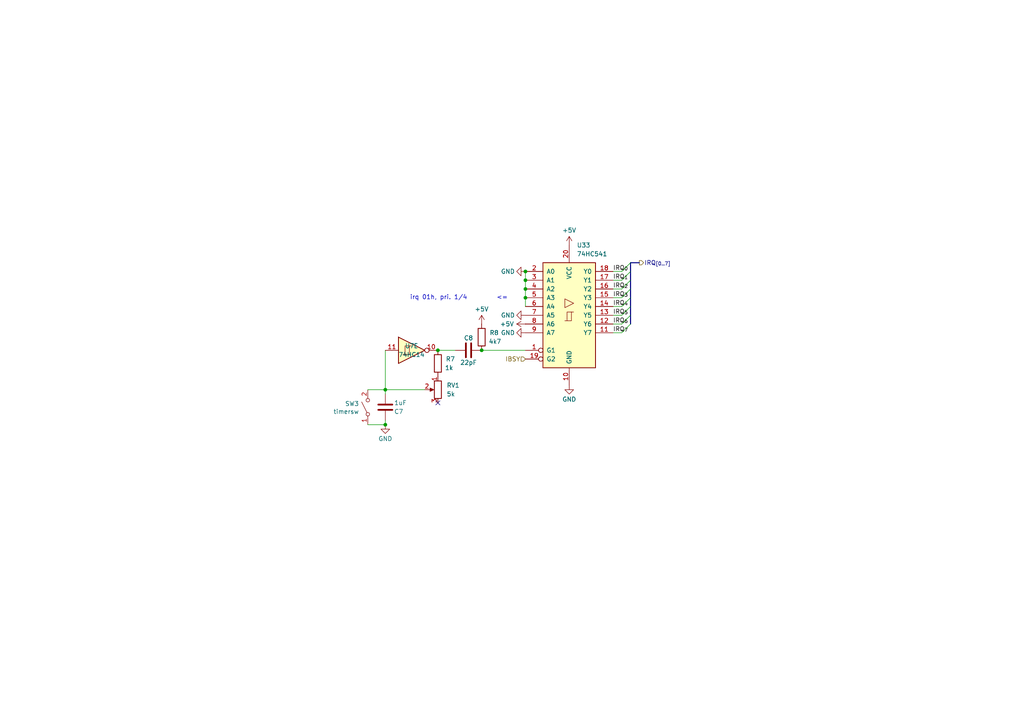
<source format=kicad_sch>
(kicad_sch (version 20250114) (generator "eeschema") (generator_version "9.0")
  (paper "A4")
  (lib_symbols
    (symbol "74xx:74HC14" (pin_names (offset 1.016))
      (property "Reference" "U" (at 0 1.27 0))
      (property "Value" "74HC14" (at 0 -1.27 0))
      (symbol "74HC14_1_0"
        (polyline (pts (xy -3.81 3.81) (xy -3.81 -3.81) (xy 3.81 0) (xy -3.81 3.81)) (stroke (width 0.254)) (fill (type background)))
        (pin input line (at -7.62 0 0) (length 3.81) (name "~") (number "1"))
        (pin output inverted (at 7.62 0 180) (length 3.81) (name "~") (number "2"))
      )
      (symbol "74HC14_1_1"
        (polyline (pts (xy -2.54 -1.27) (xy -0.635 -1.27) (xy -0.635 1.27) (xy 0 1.27)))
        (polyline (pts (xy -1.905 -1.27) (xy -1.905 1.27) (xy -0.635 1.27)))
      )
      (symbol "74HC14_2_0"
        (polyline (pts (xy -3.81 3.81) (xy -3.81 -3.81) (xy 3.81 0) (xy -3.81 3.81)) (stroke (width 0.254)) (fill (type background)))
        (pin input line (at -7.62 0 0) (length 3.81) (name "~") (number "3"))
        (pin output inverted (at 7.62 0 180) (length 3.81) (name "~") (number "4"))
      )
      (symbol "74HC14_2_1"
        (polyline (pts (xy -2.54 -1.27) (xy -0.635 -1.27) (xy -0.635 1.27) (xy 0 1.27)))
        (polyline (pts (xy -1.905 -1.27) (xy -1.905 1.27) (xy -0.635 1.27)))
      )
      (symbol "74HC14_3_0"
        (polyline (pts (xy -3.81 3.81) (xy -3.81 -3.81) (xy 3.81 0) (xy -3.81 3.81)) (stroke (width 0.254)) (fill (type background)))
        (pin input line (at -7.62 0 0) (length 3.81) (name "~") (number "5"))
        (pin output inverted (at 7.62 0 180) (length 3.81) (name "~") (number "6"))
      )
      (symbol "74HC14_3_1"
        (polyline (pts (xy -2.54 -1.27) (xy -0.635 -1.27) (xy -0.635 1.27) (xy 0 1.27)))
        (polyline (pts (xy -1.905 -1.27) (xy -1.905 1.27) (xy -0.635 1.27)))
      )
      (symbol "74HC14_4_0"
        (polyline (pts (xy -3.81 3.81) (xy -3.81 -3.81) (xy 3.81 0) (xy -3.81 3.81)) (stroke (width 0.254)) (fill (type background)))
        (pin input line (at -7.62 0 0) (length 3.81) (name "~") (number "9"))
        (pin output inverted (at 7.62 0 180) (length 3.81) (name "~") (number "8"))
      )
      (symbol "74HC14_4_1"
        (polyline (pts (xy -2.54 -1.27) (xy -0.635 -1.27) (xy -0.635 1.27) (xy 0 1.27)))
        (polyline (pts (xy -1.905 -1.27) (xy -1.905 1.27) (xy -0.635 1.27)))
      )
      (symbol "74HC14_5_0"
        (polyline (pts (xy -3.81 3.81) (xy -3.81 -3.81) (xy 3.81 0) (xy -3.81 3.81)) (stroke (width 0.254)) (fill (type background)))
        (pin input line (at -7.62 0 0) (length 3.81) (name "~") (number "11"))
        (pin output inverted (at 7.62 0 180) (length 3.81) (name "~") (number "10"))
      )
      (symbol "74HC14_5_1"
        (polyline (pts (xy -2.54 -1.27) (xy -0.635 -1.27) (xy -0.635 1.27) (xy 0 1.27)))
        (polyline (pts (xy -1.905 -1.27) (xy -1.905 1.27) (xy -0.635 1.27)))
      )
      (symbol "74HC14_6_0"
        (polyline (pts (xy -3.81 3.81) (xy -3.81 -3.81) (xy 3.81 0) (xy -3.81 3.81)) (stroke (width 0.254)) (fill (type background)))
        (pin input line (at -7.62 0 0) (length 3.81) (name "~") (number "13"))
        (pin output inverted (at 7.62 0 180) (length 3.81) (name "~") (number "12"))
      )
      (symbol "74HC14_6_1"
        (polyline (pts (xy -2.54 -1.27) (xy -0.635 -1.27) (xy -0.635 1.27) (xy 0 1.27)))
        (polyline (pts (xy -1.905 -1.27) (xy -1.905 1.27) (xy -0.635 1.27)))
      )
      (symbol "74HC14_7_0"
        (pin power_in line (at 0 12.7 270) (length 5.08) (name "VCC") (number "14"))
        (pin power_in line (at 0 -12.7 90) (length 5.08) (name "GND") (number "7"))
      )
      (symbol "74HC14_7_1"
        (rectangle (start -5.08 7.62) (end 5.08 -7.62) (stroke (width 0.254)) (fill (type background)))
      )
    )
    (symbol "74xx:74LS541" (pin_names (offset 1.016))
      (property "Reference" "U" (at -7.62 16.51 0))
      (property "Value" "74LS541" (at -7.62 -16.51 0))
      (symbol "74LS541_1_0"
        (polyline (pts (xy -1.27 -1.6002) (xy 0.635 -1.6002) (xy 0.635 0.9398) (xy 1.27 0.9398)))
        (polyline (pts (xy -0.635 -1.6002) (xy -0.635 0.9398) (xy 0.635 0.9398)))
        (polyline (pts (xy 1.27 3.4798) (xy -1.27 4.7498) (xy -1.27 2.2098) (xy 1.27 3.4798)) (stroke (width 0.1524)))
        (pin input line (at -12.7 12.7 0) (length 5.08) (name "A0") (number "2"))
        (pin input line (at -12.7 10.16 0) (length 5.08) (name "A1") (number "3"))
        (pin input line (at -12.7 7.62 0) (length 5.08) (name "A2") (number "4"))
        (pin input line (at -12.7 5.08 0) (length 5.08) (name "A3") (number "5"))
        (pin input line (at -12.7 2.54 0) (length 5.08) (name "A4") (number "6"))
        (pin input line (at -12.7 0 0) (length 5.08) (name "A5") (number "7"))
        (pin input line (at -12.7 -2.54 0) (length 5.08) (name "A6") (number "8"))
        (pin input line (at -12.7 -5.08 0) (length 5.08) (name "A7") (number "9"))
        (pin input inverted (at -12.7 -10.16 0) (length 5.08) (name "G1") (number "1"))
        (pin input inverted (at -12.7 -12.7 0) (length 5.08) (name "G2") (number "19"))
        (pin power_in line (at 0 20.32 270) (length 5.08) (name "VCC") (number "20"))
        (pin power_in line (at 0 -20.32 90) (length 5.08) (name "GND") (number "10"))
        (pin tri_state line (at 12.7 12.7 180) (length 5.08) (name "Y0") (number "18"))
        (pin tri_state line (at 12.7 10.16 180) (length 5.08) (name "Y1") (number "17"))
        (pin tri_state line (at 12.7 7.62 180) (length 5.08) (name "Y2") (number "16"))
        (pin tri_state line (at 12.7 5.08 180) (length 5.08) (name "Y3") (number "15"))
        (pin tri_state line (at 12.7 2.54 180) (length 5.08) (name "Y4") (number "14"))
        (pin tri_state line (at 12.7 0 180) (length 5.08) (name "Y5") (number "13"))
        (pin tri_state line (at 12.7 -2.54 180) (length 5.08) (name "Y6") (number "12"))
        (pin tri_state line (at 12.7 -5.08 180) (length 5.08) (name "Y7") (number "11"))
      )
      (symbol "74LS541_1_1"
        (rectangle (start -7.62 15.24) (end 7.62 -15.24) (stroke (width 0.254)) (fill (type background)))
      )
    )
    (symbol "Device:C" (pin_numbers (hide yes)) (pin_names (offset 0.254))
      (property "Reference" "C" (at 0.635 2.54 0))
      (property "Value" "C" (at 0.635 -2.54 0))
      (symbol "C_0_1"
        (polyline (pts (xy -2.032 0.762) (xy 2.032 0.762)) (stroke (width 0.508)))
        (polyline (pts (xy -2.032 -0.762) (xy 2.032 -0.762)) (stroke (width 0.508)))
      )
      (symbol "C_1_1"
        (pin passive line (at 0 3.81 270) (length 2.794) (name "~") (number "1"))
        (pin passive line (at 0 -3.81 90) (length 2.794) (name "~") (number "2"))
      )
    )
    (symbol "Device:R" (pin_numbers (hide yes)) (pin_names (offset 0))
      (property "Reference" "R" (at 2.032 0 90))
      (property "Value" "R" (at 0 0 90))
      (symbol "R_0_1"
        (rectangle (start -1.016 -2.54) (end 1.016 2.54) (stroke (width 0.254)))
      )
      (symbol "R_1_1"
        (pin passive line (at 0 3.81 270) (length 1.27) (name "~") (number "1"))
        (pin passive line (at 0 -3.81 90) (length 1.27) (name "~") (number "2"))
      )
    )
    (symbol "Device:R_Potentiometer" (pin_names (offset 1.016) (hide yes))
      (property "Reference" "RV" (at -4.445 0 90))
      (property "Value" "R_Potentiometer" (at -2.54 0 90))
      (symbol "R_Potentiometer_0_1"
        (rectangle (start 1.016 2.54) (end -1.016 -2.54) (stroke (width 0.254)))
        (polyline (pts (xy 1.143 0) (xy 2.286 0.508) (xy 2.286 -0.508) (xy 1.143 0)) (fill (type outline)))
        (polyline (pts (xy 2.54 0) (xy 1.524 0)))
      )
      (symbol "R_Potentiometer_1_1"
        (pin passive line (at 0 3.81 270) (length 1.27) (name "1") (number "1"))
        (pin passive line (at 0 -3.81 90) (length 1.27) (name "3") (number "3"))
        (pin passive line (at 3.81 0 180) (length 1.27) (name "2") (number "2"))
      )
    )
    (symbol "Switch:SW_SPST" (pin_names (offset 0) (hide yes))
      (property "Reference" "SW" (at 0 3.175 0))
      (property "Value" "SW_SPST" (at 0 -2.54 0))
      (symbol "SW_SPST_0_0"
        (circle (center -2.032 0) (radius 0.508))
        (polyline (pts (xy -1.524 0.254) (xy 1.524 1.778)))
        (circle (center 2.032 0) (radius 0.508))
      )
      (symbol "SW_SPST_1_1"
        (pin passive line (at -5.08 0 0) (length 2.54) (name "A") (number "1"))
        (pin passive line (at 5.08 0 180) (length 2.54) (name "B") (number "2"))
      )
    )
    (symbol "power:+9V" (power) (pin_numbers (hide yes)) (pin_names (offset 0) (hide yes))
      (property "Value" "+9V" (at 0 3.556 0))
      (symbol "+9V_0_1"
        (polyline (pts (xy -0.762 1.27) (xy 0 2.54)))
        (polyline (pts (xy 0 2.54) (xy 0.762 1.27)))
        (polyline (pts (xy 0 0) (xy 0 2.54)))
      )
      (symbol "+9V_1_1"
        (pin power_in line (at 0 0 90) (length 0) (name "~") (number "1"))
      )
    )
    (symbol "power:GND" (power) (pin_numbers (hide yes)) (pin_names (offset 0) (hide yes))
      (property "Value" "GND" (at 0 -3.81 0))
      (symbol "GND_0_1"
        (polyline (pts (xy 0 0) (xy 0 -1.27) (xy 1.27 -1.27) (xy 0 -2.54) (xy -1.27 -1.27) (xy 0 -1.27)))
      )
      (symbol "GND_1_1"
        (pin power_in line (at 0 0 270) (length 0) (name "~") (number "1"))
      )
    )
  )
  (text "irq 01h, pri. 1/4	<=" (at 147.32 86.36 0) (effects (font (size 1.27 1.27)) (justify right)))
  (junction (at 152.4 81.28))
  (junction (at 111.76 123.19))
  (junction (at 127 101.6))
  (junction (at 139.7 101.6))
  (junction (at 111.76 113.03))
  (junction (at 152.4 78.74))
  (junction (at 152.4 86.36))
  (junction (at 152.4 83.82))
  (no_connect (at 127 116.84))
  (bus_entry (at 180.34 88.9) (size 2.54 -2.54))
  (bus_entry (at 180.34 91.44) (size 2.54 -2.54))
  (bus_entry (at 180.34 86.36) (size 2.54 -2.54))
  (bus_entry (at 180.34 96.52) (size 2.54 -2.54))
  (bus_entry (at 180.34 93.98) (size 2.54 -2.54))
  (bus_entry (at 180.34 83.82) (size 2.54 -2.54))
  (bus_entry (at 180.34 78.74) (size 2.54 -2.54))
  (bus_entry (at 180.34 81.28) (size 2.54 -2.54))
  (bus (pts (xy 182.88 86.36) (xy 182.88 83.82)))
  (wire (pts (xy 152.4 86.36) (xy 152.4 88.9)))
  (wire (pts (xy 177.8 81.28) (xy 180.34 81.28)))
  (bus (pts (xy 182.88 88.9) (xy 182.88 86.36)))
  (wire (pts (xy 111.76 114.3) (xy 111.76 113.03)))
  (bus (pts (xy 182.88 91.44) (xy 182.88 93.98)))
  (wire (pts (xy 106.68 113.03) (xy 111.76 113.03)))
  (wire (pts (xy 111.76 121.92) (xy 111.76 123.19)))
  (wire (pts (xy 139.7 101.6) (xy 152.4 101.6)))
  (bus (pts (xy 182.88 83.82) (xy 182.88 81.28)))
  (wire (pts (xy 152.4 81.28) (xy 152.4 83.82)))
  (wire (pts (xy 177.8 91.44) (xy 180.34 91.44)))
  (wire (pts (xy 177.8 93.98) (xy 180.34 93.98)))
  (wire (pts (xy 177.8 83.82) (xy 180.34 83.82)))
  (wire (pts (xy 177.8 88.9) (xy 180.34 88.9)))
  (wire (pts (xy 152.4 83.82) (xy 152.4 86.36)))
  (wire (pts (xy 111.76 113.03) (xy 111.76 101.6)))
  (bus (pts (xy 182.88 76.2) (xy 185.42 76.2)))
  (bus (pts (xy 182.88 78.74) (xy 182.88 76.2)))
  (wire (pts (xy 177.8 96.52) (xy 180.34 96.52)))
  (bus (pts (xy 182.88 81.28) (xy 182.88 78.74)))
  (bus (pts (xy 182.88 91.44) (xy 182.88 88.9)))
  (wire (pts (xy 152.4 78.74) (xy 152.4 81.28)))
  (wire (pts (xy 123.19 113.03) (xy 111.76 113.03)))
  (wire (pts (xy 127 101.6) (xy 132.08 101.6)))
  (wire (pts (xy 106.68 123.19) (xy 111.76 123.19)))
  (wire (pts (xy 177.8 86.36) (xy 180.34 86.36)))
  (wire (pts (xy 177.8 78.74) (xy 180.34 78.74)))
  (label "IRQ_{3}" (at 177.8 86.36 0))
  (label "IRQ_{4}" (at 177.8 88.9 0))
  (label "IRQ_{1}" (at 177.8 81.28 0))
  (label "IRQ_{5}" (at 177.8 91.44 0))
  (label "IRQ_{6}" (at 177.8 93.98 0))
  (label "IRQ_{2}" (at 177.8 83.82 0))
  (label "IRQ_{0}" (at 177.8 78.74 0))
  (label "IRQ_{7}" (at 177.8 96.52 0))
  (hierarchical_label "IBSY" (shape input) (at 152.4 104.14 180))
  (hierarchical_label "IRQ_{[0..7]}" (shape output) (at 185.42 76.2 0))
  (symbol (lib_id "74xx:74LS541") (at 165.1 91.44 0) (unit 1)
    (property "Reference" "U33" (at 167.2941 71.12 0) (effects (justify left)))
    (property "Value" "74HC541" (at 167.2941 73.66 0) (effects (justify left)))
    (property "Footprint" "Package_DIP:DIP-20_W7.62mm" (effects (hide yes)))
    (property "Datasheet" "http://www.ti.com/lit/gpn/sn74LS541" (effects (hide yes)))
    (property "Description" "8-bit Buffer/Line Driver 3-state outputs" (effects (hide yes)))
  )
  (symbol (lib_id "power:+9V") (at 152.4 93.98 90) (mirror x) (unit 1)
    (property "Reference" "#PWR0216" (effects (hide yes)))
    (property "Value" "+5V" (at 149.098 93.98 90) (effects (justify left)))
    (property "Description" "Power symbol creates a global label with name \"+9V\"" (effects (hide yes)))
  )
  (symbol (lib_id "74xx:74HC14") (at 119.38 101.6 0) (unit 5)
    (property "Reference" "U7" (at 119.38 100.33 0))
    (property "Value" "74HC14" (at 119.38 102.87 0))
    (property "Footprint" "Package_DIP:DIP-14_W7.62mm" (effects (hide yes)))
    (property "Datasheet" "http://www.ti.com/lit/gpn/sn74HC14" (effects (hide yes)))
    (property "Description" "Hex inverter schmitt trigger" (effects (hide yes)))
  )
  (symbol (lib_id "power:GND") (at 152.4 91.44 270) (unit 1)
    (property "Reference" "#PWR091" (effects (hide yes)))
    (property "Value" "GND" (at 149.352 91.44 90) (effects (justify right)))
    (property "Description" "Power symbol creates a global label with name \"GND\" , ground" (effects (hide yes)))
  )
  (symbol (lib_id "power:GND") (at 165.1 111.76 0) (mirror y) (unit 1)
    (property "Reference" "#PWR0115" (effects (hide yes)))
    (property "Value" "GND" (at 165.1 115.824 0))
    (property "Description" "Power symbol creates a global label with name \"GND\" , ground" (effects (hide yes)))
  )
  (symbol (lib_id "power:GND") (at 152.4 96.52 270) (unit 1)
    (property "Reference" "#PWR0218" (effects (hide yes)))
    (property "Value" "GND" (at 149.352 96.52 90) (effects (justify right)))
    (property "Description" "Power symbol creates a global label with name \"GND\" , ground" (effects (hide yes)))
  )
  (symbol (lib_id "power:GND") (at 152.4 78.74 270) (unit 1)
    (property "Reference" "#PWR0217" (effects (hide yes)))
    (property "Value" "GND" (at 149.352 78.74 90) (effects (justify right)))
    (property "Description" "Power symbol creates a global label with name \"GND\" , ground" (effects (hide yes)))
  )
  (symbol (lib_id "Device:R_Potentiometer") (at 127 113.03 0) (mirror y) (unit 1)
    (property "Reference" "RV1" (at 129.54 111.7599 0) (effects (justify right)))
    (property "Value" "5k" (at 129.54 114.2999 0) (effects (justify right)))
    (property "Footprint" "Potentiometer_THT:Potentiometer_Bourns_3386P_Vertical" (effects (hide yes)))
    (property "Description" "Potentiometer" (effects (hide yes)))
  )
  (symbol (lib_id "Device:R") (at 139.7 97.79 0) (unit 1)
    (property "Reference" "R8" (at 141.986 96.52 0) (effects (justify left)))
    (property "Value" "4k7" (at 141.732 99.06 0) (effects (justify left)))
    (property "Footprint" "Resistor_THT:R_Axial_DIN0207_L6.3mm_D2.5mm_P2.54mm_Vertical" (effects (hide yes)))
    (property "Description" "Resistor" (effects (hide yes)))
  )
  (symbol (lib_id "Switch:SW_SPST") (at 106.68 118.11 90) (unit 1)
    (property "Reference" "SW3" (at 104.14 117.0941 90) (effects (justify left)))
    (property "Value" "timersw" (at 104.14 119.38 90) (effects (justify left)))
    (property "Footprint" "Button_Switch_THT:SW_DIP_SPSTx01_Slide_9.78x4.72mm_W7.62mm_P2.54mm" (effects (hide yes)))
    (property "Description" "Single Pole Single Throw (SPST) switch" (effects (hide yes)))
  )
  (symbol (lib_id "Device:C") (at 135.89 101.6 90) (unit 1)
    (property "Reference" "C8" (at 135.89 98.044 90))
    (property "Value" "22pF" (at 135.89 105.156 90))
    (property "Footprint" "Capacitor_THT:C_Disc_D3.0mm_W1.6mm_P2.54mm" (effects (hide yes)))
    (property "Description" "Unpolarized capacitor" (effects (hide yes)))
  )
  (symbol (lib_id "power:GND") (at 111.76 123.19 0) (mirror y) (unit 1)
    (property "Reference" "#PWR0113" (effects (hide yes)))
    (property "Value" "GND" (at 111.76 127.254 0))
    (property "Description" "Power symbol creates a global label with name \"GND\" , ground" (effects (hide yes)))
  )
  (symbol (lib_id "Device:R") (at 127 105.41 0) (unit 1)
    (property "Reference" "R7" (at 129.286 104.14 0) (effects (justify left)))
    (property "Value" "1k" (at 129.032 106.68 0) (effects (justify left)))
    (property "Footprint" "Resistor_THT:R_Axial_DIN0207_L6.3mm_D2.5mm_P2.54mm_Vertical" (effects (hide yes)))
    (property "Description" "Resistor" (effects (hide yes)))
  )
  (symbol (lib_id "power:+9V") (at 139.7 93.98 0) (unit 1)
    (property "Reference" "#PWR092" (effects (hide yes)))
    (property "Value" "+5V" (at 139.7 89.662 0))
    (property "Description" "Power symbol creates a global label with name \"+9V\"" (effects (hide yes)))
  )
  (symbol (lib_id "Device:C") (at 111.76 118.11 180) (unit 1)
    (property "Reference" "C7" (at 114.3 119.38 0) (effects (justify right)))
    (property "Value" "1uF" (at 114.3 116.84 0) (effects (justify right)))
    (property "Footprint" "Capacitor_THT:C_Disc_D3.0mm_W1.6mm_P2.54mm" (effects (hide yes)))
    (property "Description" "Unpolarized capacitor" (effects (hide yes)))
  )
  (symbol (lib_id "power:+9V") (at 165.1 71.12 0) (unit 1)
    (property "Reference" "#PWR0114" (effects (hide yes)))
    (property "Value" "+5V" (at 165.1 66.802 0))
    (property "Description" "Power symbol creates a global label with name \"+9V\"" (effects (hide yes)))
  )
)
</source>
